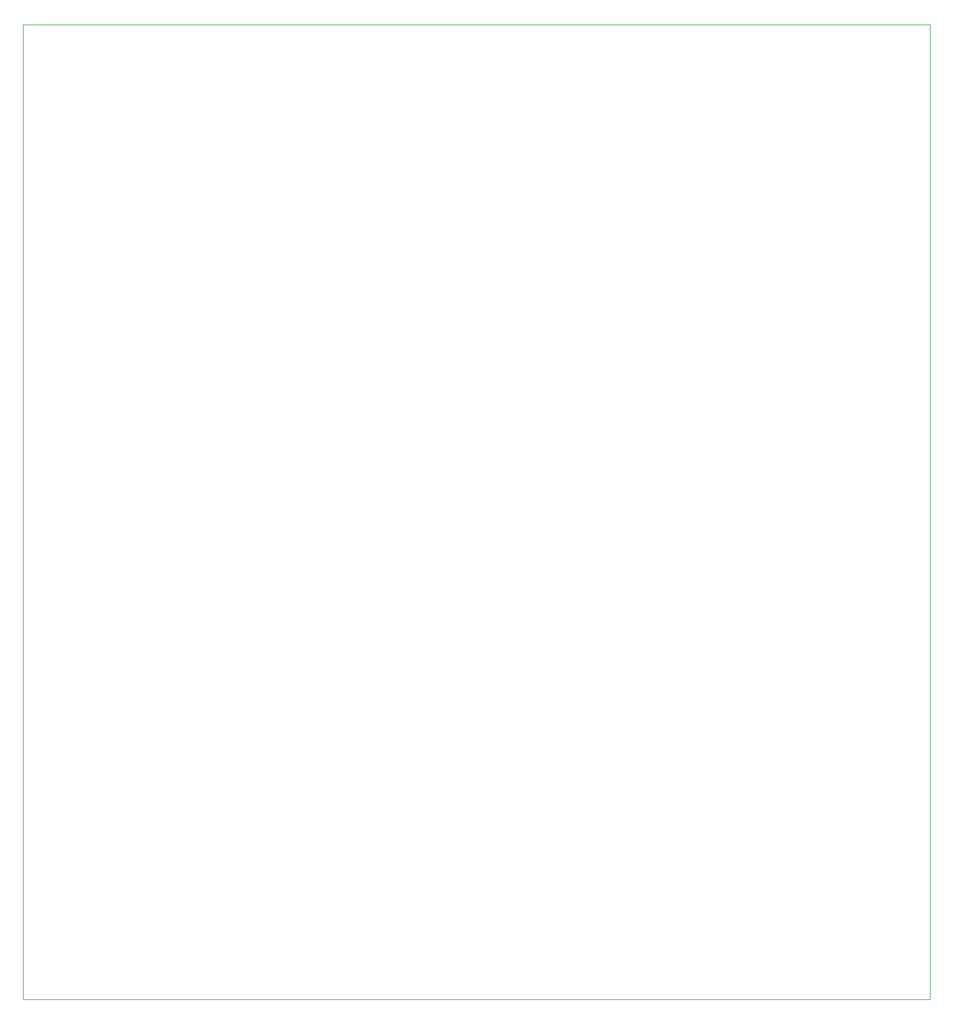
<source format=gbr>
%TF.GenerationSoftware,KiCad,Pcbnew,7.0.5*%
%TF.CreationDate,2023-06-26T00:24:41-05:00*%
%TF.ProjectId,PCB GPS,50434220-4750-4532-9e6b-696361645f70,rev?*%
%TF.SameCoordinates,Original*%
%TF.FileFunction,Profile,NP*%
%FSLAX46Y46*%
G04 Gerber Fmt 4.6, Leading zero omitted, Abs format (unit mm)*
G04 Created by KiCad (PCBNEW 7.0.5) date 2023-06-26 00:24:41*
%MOMM*%
%LPD*%
G01*
G04 APERTURE LIST*
%TA.AperFunction,Profile*%
%ADD10C,0.100000*%
%TD*%
G04 APERTURE END LIST*
D10*
X68580000Y-15240000D02*
X205740000Y-15240000D01*
X205740000Y-162560000D01*
X68580000Y-162560000D01*
X68580000Y-15240000D01*
M02*

</source>
